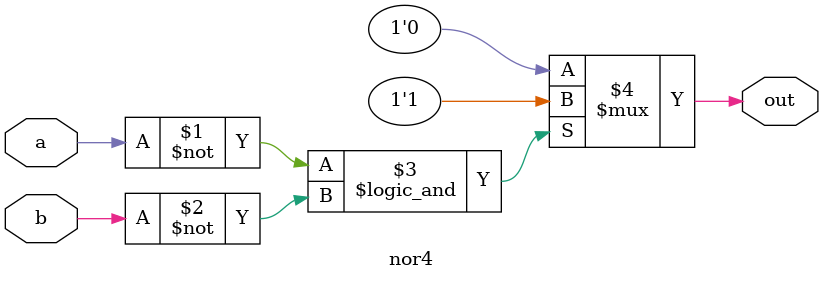
<source format=v>
module nor4 (
  input a,
  input b,
  output out
);

  assign out = (a == 1'b0 && b == 1'b0) ? 1'b1 : 1'b0; // NOR using conditional expression

endmodule

</source>
